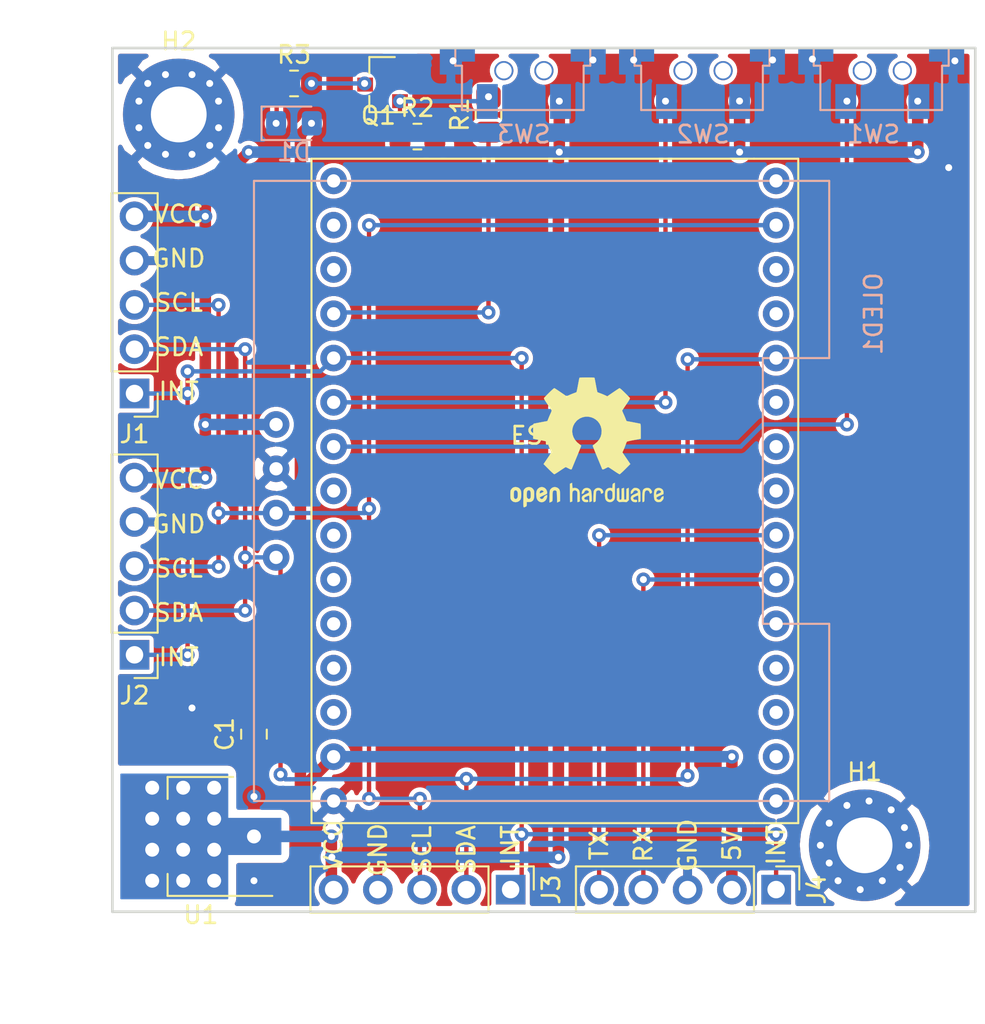
<source format=kicad_pcb>
(kicad_pcb (version 20171130) (host pcbnew 5.1.9-73d0e3b20d~88~ubuntu20.04.1)
  (title_block (title neOSensor) (date 2021-01-30) (rev 1.0.0) (company "University Paul Sabatier") (comment 1 "M2 SIAME"))
  (layers (0 F.Cu signal) (31 B.Cu signal) (34 B.Paste user) (35 F.Paste user) (36 B.SilkS user) (37 F.SilkS user) (38 B.Mask user) (39 F.Mask user) (44 Edge.Cuts user))
  (net 0 "")
  (net 1 VIN)
  (net 2 GND)
  (net 3 "Net-(D1-Pad1)")
  (net 4 GPIO_33)
  (net 5 GPIO_32)
  (net 6 INT)
  (net 7 GPIO_34)
  (net 8 U2_RX)
  (net 9 U2_TX)
  (net 10 SDA)
  (net 11 SCL)
  (net 12 3V3)
  (net 13 "Net-(Q1-Pad1)")
  (net 14 "Net-(Q1-Pad3)")
  (net 15 "Net-(ESP1-Pad20)")
  (net 16 "Net-(ESP1-Pad18)")
  (net 17 "Net-(ESP1-Pad17)")
  (net 18 "Net-(ESP1-Pad16)")
  (net 19 "Net-(ESP1-Pad15)")
  (net 20 "Net-(ESP1-Pad14)")
  (net 21 "Net-(ESP1-Pad8)")
  (net 22 "Net-(ESP1-Pad5)")
  (net 23 "Net-(ESP1-Pad4)")
  (net 24 "Net-(ESP1-Pad3)")
  (net 25 "Net-(ESP1-Pad21)")
  (net 26 "Net-(ESP1-Pad22)")
  (net 27 "Net-(ESP1-Pad24)")
  (net 28 "Net-(ESP1-Pad34)")
  (net 29 "Net-(ESP1-Pad35)")
  (net 30 "Net-(ESP1-Pad38)")
  (net 31 "Net-(ESP1-Pad40)")
  (net 32 "Net-(ESP1-Pad41)")
  (net 33 "Net-(ESP1-Pad9)")
  (net 34 "Net-(ESP1-Pad36)")
  (module Symbol:OSHW-Logo2_9.8x8mm_SilkScreen (layer F.Cu) (at 154.2415 83.566)
    (fp_text reference REF** hide)
    (fp_text value OSHW-Logo2_9.8x8mm_SilkScreen hide)
  )
  (module pcb-v5:OLED_1.3 (layer B.Cu) (at 168.148 68.58 270)
    (fp_text reference OLED1 (at 7.62 -2.54 270) (layer B.SilkS) (effects (justify mirror)))
    (fp_text value OLED_1.3")
    (pad 1 thru_hole circle (at 13.97 31.75 270) (size 1.524 1.524) (drill 0.762) (layers *.Cu *.Mask) (net 12 3V3))
    (pad 2 thru_hole circle (at 16.51 31.75 270) (size 1.524 1.524) (drill 0.762) (layers *.Cu *.Mask) (net 2 GND))
    (pad 3 thru_hole circle (at 19.05 31.75 270) (size 1.524 1.524) (drill 0.762) (layers *.Cu *.Mask) (net 11 SCL))
    (pad 4 thru_hole circle (at 21.59 31.75 270) (size 1.524 1.524) (drill 0.762) (layers *.Cu *.Mask) (net 10 SDA))
  )
  (module Package_TO_SOT_SMD:SOT-223-3_TabPin2 (layer F.Cu) (at 132.08 106.172 180)
    (fp_text reference U1 (at 0 -4.5) (layer F.SilkS))
    (fp_text value AMS1117-3.3)
    (pad 2 smd rect (at 3.15 0 180) (size 2 3.8) (layers F.Cu F.Paste F.Mask) (net 12 3V3))
    (pad 2 smd rect (at -3.15 0 180) (size 2 1.5) (layers F.Cu F.Paste F.Mask) (net 12 3V3))
    (pad 3 smd rect (at -3.15 2.3 180) (size 2 1.5) (layers F.Cu F.Paste F.Mask) (net 1 VIN))
    (pad 1 smd rect (at -3.15 -2.3 180) (size 2 1.5) (layers F.Cu F.Paste F.Mask) (net 2 GND))
  )
  (module Connector_PinHeader_2.54mm:PinHeader_1x05_P2.54mm_Vertical (layer F.Cu) (at 165.1 109.22 270)
    (fp_text reference J4 (at 0 -2.33 90) (layer F.SilkS))
    (fp_text value Conn_01x05_Male)
    (pad 5 thru_hole oval (at 0 10.16 270) (size 1.7 1.7) (drill 1) (layers *.Cu *.Mask) (net 9 U2_TX))
    (pad 4 thru_hole oval (at 0 7.62 270) (size 1.7 1.7) (drill 1) (layers *.Cu *.Mask) (net 8 U2_RX))
    (pad 3 thru_hole oval (at 0 5.08 270) (size 1.7 1.7) (drill 1) (layers *.Cu *.Mask) (net 2 GND))
    (pad 2 thru_hole oval (at 0 2.54 270) (size 1.7 1.7) (drill 1) (layers *.Cu *.Mask) (net 1 VIN))
    (pad 1 thru_hole rect (at 0 0 270) (size 1.7 1.7) (drill 1) (layers *.Cu *.Mask) (net 6 INT))
  )
  (module Connector_PinHeader_2.54mm:PinHeader_1x05_P2.54mm_Vertical (layer F.Cu) (at 128.27 95.758 180)
    (fp_text reference J2 (at 0 -2.33) (layer F.SilkS))
    (fp_text value Conn_01x05_Female)
    (pad 5 thru_hole oval (at 0 10.16 180) (size 1.7 1.7) (drill 1) (layers *.Cu *.Mask) (net 12 3V3))
    (pad 4 thru_hole oval (at 0 7.62 180) (size 1.7 1.7) (drill 1) (layers *.Cu *.Mask) (net 2 GND))
    (pad 3 thru_hole oval (at 0 5.08 180) (size 1.7 1.7) (drill 1) (layers *.Cu *.Mask) (net 11 SCL))
    (pad 2 thru_hole oval (at 0 2.54 180) (size 1.7 1.7) (drill 1) (layers *.Cu *.Mask) (net 10 SDA))
    (pad 1 thru_hole rect (at 0 0 180) (size 1.7 1.7) (drill 1) (layers *.Cu *.Mask) (net 6 INT))
  )
  (module Connector_PinHeader_2.54mm:PinHeader_1x05_P2.54mm_Vertical (layer F.Cu) (at 128.27 80.772 180)
    (fp_text reference J1 (at 0 -2.33) (layer F.SilkS))
    (fp_text value Conn_01x05_Female)
    (pad 5 thru_hole oval (at 0 10.16 180) (size 1.7 1.7) (drill 1) (layers *.Cu *.Mask) (net 12 3V3))
    (pad 4 thru_hole oval (at 0 7.62 180) (size 1.7 1.7) (drill 1) (layers *.Cu *.Mask) (net 2 GND))
    (pad 3 thru_hole oval (at 0 5.08 180) (size 1.7 1.7) (drill 1) (layers *.Cu *.Mask) (net 11 SCL))
    (pad 2 thru_hole oval (at 0 2.54 180) (size 1.7 1.7) (drill 1) (layers *.Cu *.Mask) (net 10 SDA))
    (pad 1 thru_hole rect (at 0 0 180) (size 1.7 1.7) (drill 1) (layers *.Cu *.Mask) (net 6 INT))
  )
  (module pcb-v5:G71Y_µsw_smd (layer B.Cu) (at 150.495 60.96 180)
    (fp_text reference SW3 (at -0.127 -4.953) (layer B.SilkS) (effects (justify mirror)))
    (fp_text value G71Y)
    (pad "" np_thru_hole circle (at 1.023 -1.3 180) (size 1.1 1.1) (drill 0.9) (layers *.Cu *.Mask))
    (pad "" np_thru_hole circle (at -1.277 -1.3 180) (size 1.1 1.1) (drill 0.9) (layers *.Cu *.Mask))
    (pad 2 smd rect (at 1.973 -2.667 180) (size 1.2 2) (drill (offset 0 -0.4)) (layers B.Cu B.Paste B.Mask) (net 13 "Net-(Q1-Pad1)"))
    (pad 1 smd rect (at -2.227 -2.667 180) (size 1.2 2) (drill (offset 0 -0.4)) (layers B.Cu B.Paste B.Mask) (net 12 3V3))
    (pad 3 smd rect (at 4.064 -0.762 180) (size 1.27 1.524) (layers B.Cu B.Paste B.Mask) (net 2 GND))
    (pad 3 smd rect (at 3.683 -0.381 180) (size 2 0.8) (layers B.Cu B.Paste B.Mask) (net 2 GND))
    (pad 3 smd rect (at -4.191 -0.762 180) (size 1.27 1.524) (layers B.Cu B.Paste B.Mask) (net 2 GND))
    (pad 3 smd rect (at -3.81 -0.381 180) (size 2 0.8) (layers B.Cu B.Paste B.Mask) (net 2 GND))
  )
  (module pcb-v5:G71Y_µsw_smd (layer B.Cu) (at 160.782 60.96 180)
    (fp_text reference SW2 (at -0.127 -4.953) (layer B.SilkS) (effects (justify mirror)))
    (fp_text value G71Y)
    (pad "" np_thru_hole circle (at 1.023 -1.3 180) (size 1.1 1.1) (drill 0.9) (layers *.Cu *.Mask))
    (pad "" np_thru_hole circle (at -1.277 -1.3 180) (size 1.1 1.1) (drill 0.9) (layers *.Cu *.Mask))
    (pad 2 smd rect (at 1.973 -2.667 180) (size 1.2 2) (drill (offset 0 -0.4)) (layers B.Cu B.Paste B.Mask) (net 5 GPIO_32))
    (pad 1 smd rect (at -2.227 -2.667 180) (size 1.2 2) (drill (offset 0 -0.4)) (layers B.Cu B.Paste B.Mask) (net 12 3V3))
    (pad 3 smd rect (at 4.064 -0.762 180) (size 1.27 1.524) (layers B.Cu B.Paste B.Mask) (net 2 GND))
    (pad 3 smd rect (at 3.683 -0.381 180) (size 2 0.8) (layers B.Cu B.Paste B.Mask) (net 2 GND))
    (pad 3 smd rect (at -4.191 -0.762 180) (size 1.27 1.524) (layers B.Cu B.Paste B.Mask) (net 2 GND))
    (pad 3 smd rect (at -3.81 -0.381 180) (size 2 0.8) (layers B.Cu B.Paste B.Mask) (net 2 GND))
  )
  (module pcb-v5:G71Y_µsw_smd (layer B.Cu) (at 171.069 60.96 180)
    (fp_text reference SW1 (at 0.381 -4.953) (layer B.SilkS) (effects (justify mirror)))
    (fp_text value G71Y)
    (pad "" np_thru_hole circle (at 1.023 -1.3 180) (size 1.1 1.1) (drill 0.9) (layers *.Cu *.Mask))
    (pad "" np_thru_hole circle (at -1.277 -1.3 180) (size 1.1 1.1) (drill 0.9) (layers *.Cu *.Mask))
    (pad 2 smd rect (at 1.973 -2.667 180) (size 1.2 2) (drill (offset 0 -0.4)) (layers B.Cu B.Paste B.Mask) (net 4 GPIO_33))
    (pad 1 smd rect (at -2.227 -2.667 180) (size 1.2 2) (drill (offset 0 -0.4)) (layers B.Cu B.Paste B.Mask) (net 12 3V3))
    (pad 3 smd rect (at 4.064 -0.762 180) (size 1.27 1.524) (layers B.Cu B.Paste B.Mask) (net 2 GND))
    (pad 3 smd rect (at 3.683 -0.381 180) (size 2 0.8) (layers B.Cu B.Paste B.Mask) (net 2 GND))
    (pad 3 smd rect (at -4.191 -0.762 180) (size 1.27 1.524) (layers B.Cu B.Paste B.Mask) (net 2 GND))
    (pad 3 smd rect (at -3.81 -0.381 180) (size 2 0.8) (layers B.Cu B.Paste B.Mask) (net 2 GND))
  )
  (module Capacitor_SMD:C_0805_2012Metric_Pad1.18x1.45mm_HandSolder (layer F.Cu) (at 135.128 100.3085 90)
    (fp_text reference C1 (at 0 -1.68 90) (layer F.SilkS))
    (fp_text value 10µF)
    (pad 1 smd roundrect (at -1.0375 0 90) (size 1.175 1.45) (layers F.Cu F.Paste F.Mask) (roundrect_rratio 0.212766) (net 1 VIN))
    (pad 2 smd roundrect (at 1.0375 0 90) (size 1.175 1.45) (layers F.Cu F.Paste F.Mask) (roundrect_rratio 0.212766) (net 2 GND))
  )
  (module LED_SMD:LED_0805_2012Metric_Pad1.15x1.40mm_HandSolder (layer B.Cu) (at 137.423 65.278)
    (fp_text reference D1 (at 0 1.65 180) (layer B.SilkS) (effects (justify mirror)))
    (fp_text value LED)
    (pad 1 smd roundrect (at -1.025 0) (size 1.15 1.4) (layers B.Cu B.Paste B.Mask) (roundrect_rratio 0.217391) (net 3 "Net-(D1-Pad1)"))
    (pad 2 smd roundrect (at 1.025 0) (size 1.15 1.4) (layers B.Cu B.Paste B.Mask) (roundrect_rratio 0.217391) (net 1 VIN))
  )
  (module pcb-v5:ESP32_30_pins (layer F.Cu) (at 139.7 104.14)
    (fp_text reference ESP1 (at 12.065 -20.955) (layer F.SilkS))
    (fp_text value ESP32)
    (pad 1 thru_hole circle (at 0 0) (size 1.524 1.524) (drill 0.762) (layers *.Cu *.Mask) (net 2 GND))
    (pad 2 thru_hole circle (at 0 -2.54) (size 1.524 1.524) (drill 0.762) (layers *.Cu *.Mask) (net 1 VIN))
    (pad 20 thru_hole circle (at 0 -5.08) (size 1.524 1.524) (drill 0.762) (layers *.Cu *.Mask) (net 15 "Net-(ESP1-Pad20)"))
    (pad 18 thru_hole circle (at 0 -7.62) (size 1.524 1.524) (drill 0.762) (layers *.Cu *.Mask) (net 16 "Net-(ESP1-Pad18)"))
    (pad 17 thru_hole circle (at 0 -10.16) (size 1.524 1.524) (drill 0.762) (layers *.Cu *.Mask) (net 17 "Net-(ESP1-Pad17)"))
    (pad 16 thru_hole circle (at 0 -12.7) (size 1.524 1.524) (drill 0.762) (layers *.Cu *.Mask) (net 18 "Net-(ESP1-Pad16)"))
    (pad 15 thru_hole circle (at 0 -15.24) (size 1.524 1.524) (drill 0.762) (layers *.Cu *.Mask) (net 19 "Net-(ESP1-Pad15)"))
    (pad 14 thru_hole circle (at 0 -17.78) (size 1.524 1.524) (drill 0.762) (layers *.Cu *.Mask) (net 20 "Net-(ESP1-Pad14)"))
    (pad 13 thru_hole circle (at 0 -20.32) (size 1.524 1.524) (drill 0.762) (layers *.Cu *.Mask) (net 4 GPIO_33))
    (pad 12 thru_hole circle (at 0 -22.86) (size 1.524 1.524) (drill 0.762) (layers *.Cu *.Mask) (net 5 GPIO_32))
    (pad 11 thru_hole circle (at 0 -25.4) (size 1.524 1.524) (drill 0.762) (layers *.Cu *.Mask) (net 6 INT))
    (pad 10 thru_hole circle (at 0 -27.94) (size 1.524 1.524) (drill 0.762) (layers *.Cu *.Mask) (net 7 GPIO_34))
    (pad 8 thru_hole circle (at 0 -30.48) (size 1.524 1.524) (drill 0.762) (layers *.Cu *.Mask) (net 21 "Net-(ESP1-Pad8)"))
    (pad 5 thru_hole circle (at 0 -33.02) (size 1.524 1.524) (drill 0.762) (layers *.Cu *.Mask) (net 22 "Net-(ESP1-Pad5)"))
    (pad 4 thru_hole circle (at 25.4 0) (size 1.524 1.524) (drill 0.762) (layers *.Cu *.Mask) (net 23 "Net-(ESP1-Pad4)"))
    (pad 3 thru_hole circle (at 25.4 -2.54) (size 1.524 1.524) (drill 0.762) (layers *.Cu *.Mask) (net 24 "Net-(ESP1-Pad3)"))
    (pad 21 thru_hole circle (at 25.4 -5.08) (size 1.524 1.524) (drill 0.762) (layers *.Cu *.Mask) (net 25 "Net-(ESP1-Pad21)"))
    (pad 22 thru_hole circle (at 25.4 -7.62) (size 1.524 1.524) (drill 0.762) (layers *.Cu *.Mask) (net 26 "Net-(ESP1-Pad22)"))
    (pad 24 thru_hole circle (at 25.4 -10.16) (size 1.524 1.524) (drill 0.762) (layers *.Cu *.Mask) (net 27 "Net-(ESP1-Pad24)"))
    (pad 25 thru_hole circle (at 25.4 -12.7) (size 1.524 1.524) (drill 0.762) (layers *.Cu *.Mask) (net 8 U2_RX))
    (pad 27 thru_hole circle (at 25.4 -15.24) (size 1.524 1.524) (drill 0.762) (layers *.Cu *.Mask) (net 9 U2_TX))
    (pad 34 thru_hole circle (at 25.4 -17.78) (size 1.524 1.524) (drill 0.762) (layers *.Cu *.Mask) (net 28 "Net-(ESP1-Pad34)"))
    (pad 35 thru_hole circle (at 25.4 -20.32) (size 1.524 1.524) (drill 0.762) (layers *.Cu *.Mask) (net 29 "Net-(ESP1-Pad35)"))
    (pad 38 thru_hole circle (at 25.4 -22.86) (size 1.524 1.524) (drill 0.762) (layers *.Cu *.Mask) (net 30 "Net-(ESP1-Pad38)"))
    (pad 42 thru_hole circle (at 25.4 -25.4) (size 1.524 1.524) (drill 0.762) (layers *.Cu *.Mask) (net 10 SDA))
    (pad 40 thru_hole circle (at 25.4 -27.94) (size 1.524 1.524) (drill 0.762) (layers *.Cu *.Mask) (net 31 "Net-(ESP1-Pad40)"))
    (pad 41 thru_hole circle (at 25.4 -30.48) (size 1.524 1.524) (drill 0.762) (layers *.Cu *.Mask) (net 32 "Net-(ESP1-Pad41)"))
    (pad 39 thru_hole circle (at 25.4 -33.02) (size 1.524 1.524) (drill 0.762) (layers *.Cu *.Mask) (net 11 SCL))
    (pad 9 thru_hole circle (at 0 -35.56) (size 1.524 1.524) (drill 0.762) (layers *.Cu *.Mask) (net 33 "Net-(ESP1-Pad9)"))
    (pad 36 thru_hole circle (at 25.4 -35.56) (size 1.524 1.524) (drill 0.762) (layers *.Cu *.Mask) (net 34 "Net-(ESP1-Pad36)"))
  )
  (module MountingHole:MountingHole_3.2mm_M3_Pad (layer F.Cu) (at 170.18 106.68)
    (fp_text reference H1 (at 0 -4.2) (layer F.SilkS))
    (fp_text value MountingHole_Pad)
    (pad 1 thru_hole circle (at 0 0) (size 6.4 6.4) (drill 3.2) (layers *.Cu *.Mask) (net 2 GND))
  )
  (module MountingHole:MountingHole_3.2mm_M3_Pad (layer F.Cu) (at 130.81 64.77)
    (fp_text reference H2 (at 0 -4.2) (layer F.SilkS))
    (fp_text value MountingHole_Pad)
    (pad 1 thru_hole circle (at 0 0) (size 6.4 6.4) (drill 3.2) (layers *.Cu *.Mask) (net 2 GND))
  )
  (module Connector_PinHeader_2.54mm:PinHeader_1x05_P2.54mm_Vertical (layer F.Cu) (at 149.86 109.22 270)
    (fp_text reference J3 (at 0 -2.33 90) (layer F.SilkS))
    (fp_text value Conn_01x05_Female)
    (pad 1 thru_hole rect (at 0 0 270) (size 1.7 1.7) (drill 1) (layers *.Cu *.Mask) (net 6 INT))
    (pad 2 thru_hole oval (at 0 2.54 270) (size 1.7 1.7) (drill 1) (layers *.Cu *.Mask) (net 10 SDA))
    (pad 3 thru_hole oval (at 0 5.08 270) (size 1.7 1.7) (drill 1) (layers *.Cu *.Mask) (net 11 SCL))
    (pad 4 thru_hole oval (at 0 7.62 270) (size 1.7 1.7) (drill 1) (layers *.Cu *.Mask) (net 2 GND))
    (pad 5 thru_hole oval (at 0 10.16 270) (size 1.7 1.7) (drill 1) (layers *.Cu *.Mask) (net 12 3V3))
  )
  (module Package_TO_SOT_SMD:SOT-23 (layer F.Cu) (at 142.51 63.058 180)
    (fp_text reference Q1 (at 0.238 -1.778) (layer F.SilkS))
    (fp_text value 2N7002)
    (pad 1 smd rect (at -1 -0.95 180) (size 0.9 0.8) (layers F.Cu F.Paste F.Mask) (net 13 "Net-(Q1-Pad1)"))
    (pad 2 smd rect (at -1 0.95 180) (size 0.9 0.8) (layers F.Cu F.Paste F.Mask) (net 2 GND))
    (pad 3 smd rect (at 1 0 180) (size 0.9 0.8) (layers F.Cu F.Paste F.Mask) (net 14 "Net-(Q1-Pad3)"))
  )
  (module Resistor_SMD:R_0805_2012Metric_Pad1.20x1.40mm_HandSolder (layer F.Cu) (at 148.59 64.786 90)
    (fp_text reference R1 (at 0 -1.65 90) (layer F.SilkS))
    (fp_text value 470)
    (pad 2 smd roundrect (at 1 0 90) (size 1.2 1.4) (layers F.Cu F.Paste F.Mask) (roundrect_rratio 0.208333) (net 13 "Net-(Q1-Pad1)"))
    (pad 1 smd roundrect (at -1 0 90) (size 1.2 1.4) (layers F.Cu F.Paste F.Mask) (roundrect_rratio 0.208333) (net 7 GPIO_34))
  )
  (module Resistor_SMD:R_0805_2012Metric_Pad1.20x1.40mm_HandSolder (layer F.Cu) (at 144.51 66.04)
    (fp_text reference R2 (at 0 -1.65) (layer F.SilkS))
    (fp_text value 15k)
    (pad 1 smd roundrect (at -1 0) (size 1.2 1.4) (layers F.Cu F.Paste F.Mask) (roundrect_rratio 0.208333) (net 13 "Net-(Q1-Pad1)"))
    (pad 2 smd roundrect (at 1 0) (size 1.2 1.4) (layers F.Cu F.Paste F.Mask) (roundrect_rratio 0.208333) (net 2 GND))
  )
  (module Resistor_SMD:R_0805_2012Metric_Pad1.20x1.40mm_HandSolder (layer F.Cu) (at 137.43 62.992)
    (fp_text reference R3 (at 0 -1.65 180) (layer F.SilkS))
    (fp_text value 68)
    (pad 1 smd roundrect (at -1 0) (size 1.2 1.4) (layers F.Cu F.Paste F.Mask) (roundrect_rratio 0.208333) (net 3 "Net-(D1-Pad1)"))
    (pad 2 smd roundrect (at 1 0) (size 1.2 1.4) (layers F.Cu F.Paste F.Mask) (roundrect_rratio 0.208333) (net 14 "Net-(Q1-Pad3)"))
  )
  (gr_text INT (at 130.81 95.885) (layer F.SilkS) (effects (font (size 1 1))))
  (gr_text SDA (at 130.81 93.345) (layer F.SilkS) (effects (font (size 1 1))))
  (gr_text SCL (at 130.81 90.805) (layer F.SilkS) (effects (font (size 1 1))))
  (gr_text GND (at 130.81 88.265) (layer F.SilkS) (effects (font (size 1 1))))
  (gr_text VCC (at 130.81 85.725) (layer F.SilkS) (effects (font (size 1 1))))
  (gr_text INT (at 130.81 80.645) (layer F.SilkS) (effects (font (size 1 1))))
  (gr_text SDA (at 130.81 78.105) (layer F.SilkS) (effects (font (size 1 1))))
  (gr_text SCL (at 130.81 75.565) (layer F.SilkS) (effects (font (size 1 1))))
  (gr_text GND (at 130.81 73.025) (layer F.SilkS) (effects (font (size 1 1))))
  (gr_text VCC (at 130.81 70.485) (layer F.SilkS) (effects (font (size 1 1))))
  (gr_text TX (at 154.94 106.68 90) (layer F.SilkS) (effects (font (size 1 1))))
  (gr_text RX (at 157.48 106.68 90) (layer F.SilkS) (effects (font (size 1 1))))
  (gr_text GND (at 160.02 106.68 90) (layer F.SilkS) (effects (font (size 1 1))))
  (gr_text 5V (at 162.56 106.68 90) (layer F.SilkS) (effects (font (size 1 1))))
  (gr_text INT (at 165.1 106.68 90) (layer F.SilkS) (effects (font (size 1 1))))
  (gr_text VCC (at 139.7 106.68 90) (layer F.SilkS) (effects (font (size 1 1))))
  (gr_text GND (at 142.24 106.934 90) (layer F.SilkS) (effects (font (size 1 1))))
  (gr_text SCL (at 144.78 106.934 90) (layer F.SilkS) (effects (font (size 1 1))))
  (gr_text SDA (at 147.32 106.934 90) (layer F.SilkS) (effects (font (size 1 1))))
  (gr_text INT (at 149.86 106.68 90) (layer F.SilkS) (effects (font (size 1 1))))
  (gr_poly (pts (xy 133.604 102.616) (xy 133.604 105.156) (xy 136.652 105.156) (xy 136.652 107.188) (xy 133.604 107.188) (xy 133.604 109.728) (xy 127.508 109.728) (xy 127.508 102.616)) (layer B.Cu) (width 0.1))
  (gr_line (start 176.53 60.96) (end 127 60.96) (layer Edge.Cuts) (width 0.15))
  (gr_line (start 176.53 110.49) (end 176.53 60.96) (layer Edge.Cuts) (width 0.15))
  (gr_line (start 176.53 110.49) (end 127 110.49) (layer Edge.Cuts) (width 0.15))
  (gr_line (start 127 110.49) (end 127 60.96) (layer Edge.Cuts) (width 0.15))
  (via (at 162.56 101.6) (size 0.8) (drill 0.4) (layers F.Cu B.Cu) (net 1))
  (via (at 135.128 103.886) (size 0.8) (drill 0.4) (layers F.Cu B.Cu) (net 1))
  (segment (start 135.128 103.77) (end 135.23 103.872) (width 0.25) (layer F.Cu) (net 1))
  (segment (start 135.128 101.346) (end 135.128 103.77) (width 0.6604) (layer F.Cu) (net 1))
  (segment (start 137.4 103.872) (end 135.23 103.872) (width 0.6604) (layer F.Cu) (net 1))
  (segment (start 137.414 103.886) (end 137.4 103.872) (width 0.25) (layer F.Cu) (net 1))
  (segment (start 137.795 103.505) (end 137.795 65.913) (width 0.6604) (layer F.Cu) (net 1))
  (segment (start 139.7 101.6) (end 137.795 103.505) (width 0.6604) (layer F.Cu) (net 1))
  (segment (start 137.795 103.505) (end 137.414 103.886) (width 0.6604) (layer F.Cu) (net 1))
  (segment (start 137.795 65.913) (end 138.43 65.278) (width 0.6604) (layer F.Cu) (net 1))
  (segment (start 138.43 65.278) (end 138.43 65.278) (width 0.25) (layer F.Cu) (net 1))
  (via (at 138.43 65.278) (size 0.8) (drill 0.4) (layers F.Cu B.Cu) (net 1))
  (segment (start 139.7 101.6) (end 160.655 101.6) (width 0.6604) (layer B.Cu) (net 1))
  (segment (start 160.655 101.6) (end 160.655 101.6) (width 0.25) (layer B.Cu) (net 1))
  (segment (start 160.655 101.6) (end 162.56 101.6) (width 0.6604) (layer B.Cu) (net 1))
  (segment (start 162.56 101.6) (end 162.56 109.22) (width 0.6604) (layer F.Cu) (net 1))
  (via (at 175.3616 61.6966) (size 0.8) (drill 0.4) (layers F.Cu B.Cu) (net 2))
  (via (at 167.1828 61.595) (size 0.8) (drill 0.4) (layers F.Cu B.Cu) (net 2))
  (via (at 164.8968 61.6458) (size 0.8) (drill 0.4) (layers F.Cu B.Cu) (net 2))
  (via (at 156.9212 61.6458) (size 0.8) (drill 0.4) (layers F.Cu B.Cu) (net 2))
  (via (at 154.5844 61.6458) (size 0.8) (drill 0.4) (layers F.Cu B.Cu) (net 2))
  (via (at 146.558 61.6966) (size 0.8) (drill 0.4) (layers F.Cu B.Cu) (net 2))
  (via (at 168.148 107.696) (size 0.8) (drill 0.4) (layers F.Cu B.Cu) (net 2))
  (via (at 168.656 108.712) (size 0.8) (drill 0.4) (layers F.Cu B.Cu) (net 2))
  (via (at 171.196 108.712) (size 0.8) (drill 0.4) (layers F.Cu B.Cu) (net 2))
  (via (at 172.212 107.95) (size 0.8) (drill 0.4) (layers F.Cu B.Cu) (net 2))
  (via (at 172.466 105.664) (size 0.8) (drill 0.4) (layers F.Cu B.Cu) (net 2))
  (via (at 171.704 104.648) (size 0.8) (drill 0.4) (layers F.Cu B.Cu) (net 2))
  (via (at 169.164 104.394) (size 0.8) (drill 0.4) (layers F.Cu B.Cu) (net 2))
  (via (at 168.148 105.41) (size 0.8) (drill 0.4) (layers F.Cu B.Cu) (net 2))
  (via (at 167.64 106.68) (size 0.8) (drill 0.4) (layers F.Cu B.Cu) (net 2))
  (via (at 172.72 106.68) (size 0.8) (drill 0.4) (layers F.Cu B.Cu) (net 2))
  (via (at 169.926 109.22) (size 0.8) (drill 0.4) (layers F.Cu B.Cu) (net 2))
  (via (at 170.434 104.14) (size 0.8) (drill 0.4) (layers F.Cu B.Cu) (net 2))
  (via (at 132.588 66.548) (size 0.8) (drill 0.4) (layers F.Cu B.Cu) (net 2))
  (via (at 129.032 66.548) (size 0.8) (drill 0.4) (layers F.Cu B.Cu) (net 2))
  (via (at 129.032 62.992) (size 0.8) (drill 0.4) (layers F.Cu B.Cu) (net 2))
  (via (at 132.588 62.992) (size 0.8) (drill 0.4) (layers F.Cu B.Cu) (net 2))
  (via (at 131.572 67.056) (size 0.8) (drill 0.4) (layers F.Cu B.Cu) (net 2))
  (via (at 130.048 67.056) (size 0.8) (drill 0.4) (layers F.Cu B.Cu) (net 2))
  (via (at 128.524 65.532) (size 0.8) (drill 0.4) (layers F.Cu B.Cu) (net 2))
  (via (at 128.524 64.008) (size 0.8) (drill 0.4) (layers F.Cu B.Cu) (net 2))
  (via (at 130.048 62.484) (size 0.8) (drill 0.4) (layers F.Cu B.Cu) (net 2))
  (via (at 131.572 62.484) (size 0.8) (drill 0.4) (layers F.Cu B.Cu) (net 2))
  (via (at 133.096 64.008) (size 0.8) (drill 0.4) (layers F.Cu B.Cu) (net 2))
  (via (at 133.096 65.532) (size 0.8) (drill 0.4) (layers F.Cu B.Cu) (net 2))
  (via (at 135.128 108.712) (size 0.8) (drill 0.4) (layers F.Cu B.Cu) (net 2))
  (via (at 131.572 98.806) (size 0.8) (drill 0.4) (layers F.Cu B.Cu) (net 2))
  (via (at 175.006 67.818) (size 0.8) (drill 0.4) (layers F.Cu B.Cu) (net 2))
  (via (at 136.398 65.278) (size 0.8) (drill 0.4) (layers F.Cu B.Cu) (net 3))
  (segment (start 136.43 65.246) (end 136.398 65.278) (width 0.25) (layer F.Cu) (net 3))
  (segment (start 136.43 62.992) (end 136.43 65.246) (width 0.25) (layer F.Cu) (net 3))
  (segment (start 139.7 83.82) (end 163.068 83.82) (width 0.25) (layer B.Cu) (net 4))
  (segment (start 163.068 83.82) (end 164.338 82.55) (width 0.25) (layer B.Cu) (net 4))
  (segment (start 164.338 82.55) (end 167.132 82.55) (width 0.25) (layer B.Cu) (net 4))
  (segment (start 167.132 82.55) (end 169.164 82.55) (width 0.25) (layer B.Cu) (net 4))
  (segment (start 169.164 82.55) (end 169.164 82.55) (width 0.25) (layer B.Cu) (net 4))
  (via (at 169.164 82.55) (size 0.8) (drill 0.4) (layers F.Cu B.Cu) (net 4))
  (segment (start 169.164 82.55) (end 169.164 64.008) (width 0.25) (layer F.Cu) (net 4))
  (segment (start 169.164 64.008) (end 169.164 64.008) (width 0.25) (layer F.Cu) (net 4))
  (segment (start 169.164 64.008) (end 169.164 63.754) (width 0.25) (layer F.Cu) (net 4))
  (via (at 169.164 64.008) (size 0.8) (drill 0.4) (layers F.Cu B.Cu) (net 4))
  (via (at 158.75 64.008) (size 0.8) (drill 0.4) (layers F.Cu B.Cu) (net 5))
  (segment (start 158.75 64.008) (end 158.75 81.28) (width 0.25) (layer F.Cu) (net 5))
  (segment (start 158.75 81.28) (end 158.75 81.28) (width 0.25) (layer F.Cu) (net 5))
  (via (at 158.75 81.28) (size 0.8) (drill 0.4) (layers F.Cu B.Cu) (net 5))
  (segment (start 158.75 81.28) (end 139.7 81.28) (width 0.25) (layer B.Cu) (net 5))
  (segment (start 139.7 78.74) (end 139.192 78.74) (width 0.25) (layer B.Cu) (net 6))
  (segment (start 138.938 79.502) (end 139.7 78.74) (width 0.25) (layer B.Cu) (net 6))
  (segment (start 131.318 79.502) (end 131.318 79.502) (width 0.25) (layer B.Cu) (net 6))
  (segment (start 131.318 79.502) (end 138.938 79.502) (width 0.25) (layer B.Cu) (net 6))
  (via (at 131.318 79.502) (size 0.8) (drill 0.4) (layers F.Cu B.Cu) (net 6))
  (segment (start 131.318 79.502) (end 131.318 80.772) (width 0.25) (layer F.Cu) (net 6))
  (segment (start 131.318 95.758) (end 131.318 95.758) (width 0.25) (layer F.Cu) (net 6))
  (via (at 131.318 95.758) (size 0.8) (drill 0.4) (layers F.Cu B.Cu) (net 6))
  (segment (start 131.318 80.772) (end 131.318 95.758) (width 0.25) (layer F.Cu) (net 6))
  (via (at 131.318 80.772) (size 0.8) (drill 0.4) (layers F.Cu B.Cu) (net 6))
  (segment (start 131.318 95.758) (end 128.778 95.758) (width 0.25) (layer B.Cu) (net 6))
  (segment (start 131.318 80.772) (end 128.27 80.772) (width 0.25) (layer B.Cu) (net 6))
  (segment (start 139.7 78.74) (end 150.495 78.74) (width 0.25) (layer B.Cu) (net 6))
  (segment (start 150.495 78.74) (end 150.495 78.74) (width 0.25) (layer B.Cu) (net 6))
  (via (at 150.495 78.74) (size 0.8) (drill 0.4) (layers F.Cu B.Cu) (net 6))
  (segment (start 150.495 108.585) (end 149.86 109.22) (width 0.25) (layer F.Cu) (net 6))
  (segment (start 150.495 78.74) (end 150.495 106.045) (width 0.25) (layer F.Cu) (net 6))
  (segment (start 150.495 106.045) (end 150.495 108.585) (width 0.25) (layer F.Cu) (net 6))
  (via (at 150.495 106.045) (size 0.8) (drill 0.4) (layers F.Cu B.Cu) (net 6))
  (segment (start 150.495 106.045) (end 165.1 106.045) (width 0.25) (layer B.Cu) (net 6))
  (segment (start 165.1 106.045) (end 165.1 106.045) (width 0.25) (layer B.Cu) (net 6))
  (via (at 165.1 106.045) (size 0.8) (drill 0.4) (layers F.Cu B.Cu) (net 6))
  (segment (start 165.1 106.045) (end 165.1 109.22) (width 0.25) (layer F.Cu) (net 6))
  (segment (start 148.59 65.786) (end 148.59 76.1238) (width 0.25) (layer F.Cu) (net 7))
  (segment (start 148.59 76.1238) (end 148.59 76.1238) (width 0.25) (layer F.Cu) (net 7))
  (via (at 148.59 76.1238) (size 0.8) (drill 0.4) (layers F.Cu B.Cu) (net 7))
  (segment (start 139.7762 76.1238) (end 139.7 76.2) (width 0.25) (layer B.Cu) (net 7))
  (segment (start 148.59 76.1238) (end 139.7762 76.1238) (width 0.25) (layer B.Cu) (net 7))
  (segment (start 157.48 109.22) (end 157.48 91.44) (width 0.25) (layer F.Cu) (net 8))
  (segment (start 157.48 91.44) (end 157.48 91.44) (width 0.25) (layer F.Cu) (net 8))
  (via (at 157.48 91.44) (size 0.8) (drill 0.4) (layers F.Cu B.Cu) (net 8))
  (segment (start 165.1 91.44) (end 157.48 91.44) (width 0.25) (layer B.Cu) (net 8))
  (segment (start 154.94 109.22) (end 154.94 89.535) (width 0.25) (layer F.Cu) (net 9))
  (segment (start 154.94 89.535) (end 154.94 88.9) (width 0.25) (layer F.Cu) (net 9))
  (segment (start 154.94 88.9) (end 154.94 88.9) (width 0.25) (layer F.Cu) (net 9))
  (via (at 154.94 88.9) (size 0.8) (drill 0.4) (layers F.Cu B.Cu) (net 9))
  (segment (start 165.1 88.9) (end 154.94 88.9) (width 0.25) (layer B.Cu) (net 9))
  (via (at 136.652 102.616) (size 0.8) (drill 0.4) (layers F.Cu B.Cu) (net 10))
  (segment (start 136.652 90.424) (end 136.398 90.17) (width 0.25) (layer F.Cu) (net 10))
  (segment (start 136.652 102.616) (end 136.652 90.424) (width 0.25) (layer F.Cu) (net 10))
  (segment (start 128.27 93.218) (end 129.413 93.218) (width 0.25) (layer B.Cu) (net 10))
  (segment (start 147.32 102.87) (end 147.32 102.87) (width 0.25) (layer F.Cu) (net 10))
  (segment (start 165.028999 78.811001) (end 165.1 78.74) (width 0.25) (layer B.Cu) (net 10))
  (segment (start 160.02 78.811001) (end 165.028999 78.811001) (width 0.25) (layer B.Cu) (net 10))
  (via (at 160.02 78.811001) (size 0.8) (drill 0.4) (layers F.Cu B.Cu) (net 10))
  (segment (start 160.02 102.687001) (end 160.02 78.811001) (width 0.25) (layer F.Cu) (net 10))
  (via (at 160.02 102.687001) (size 0.8) (drill 0.4) (layers F.Cu B.Cu) (net 10))
  (segment (start 134.62 78.232) (end 128.27 78.232) (width 0.25) (layer B.Cu) (net 10))
  (via (at 134.62 78.232) (size 0.8) (drill 0.4) (layers F.Cu B.Cu) (net 10))
  (segment (start 134.62 93.218) (end 128.778 93.218) (width 0.25) (layer B.Cu) (net 10))
  (via (at 134.62 93.218) (size 0.8) (drill 0.4) (layers F.Cu B.Cu) (net 10))
  (segment (start 134.62 90.17) (end 134.62 93.218) (width 0.25) (layer F.Cu) (net 10))
  (segment (start 134.62 90.17) (end 134.62 78.232) (width 0.25) (layer F.Cu) (net 10))
  (segment (start 136.398 90.17) (end 134.62 90.17) (width 0.25) (layer B.Cu) (net 10))
  (via (at 134.62 90.17) (size 0.8) (drill 0.4) (layers F.Cu B.Cu) (net 10))
  (segment (start 147.32 109.22) (end 147.32 102.87) (width 0.25) (layer F.Cu) (net 10))
  (via (at 147.32 102.87) (size 0.8) (drill 0.4) (layers F.Cu B.Cu) (net 10))
  (segment (start 147.32 102.87) (end 137.2108 102.8954) (width 0.25) (layer B.Cu) (net 10))
  (segment (start 136.9314 102.8954) (end 136.652 102.616) (width 0.25) (layer B.Cu) (net 10))
  (segment (start 137.2108 102.8954) (end 136.9314 102.8954) (width 0.25) (layer B.Cu) (net 10))
  (segment (start 159.2072 102.8954) (end 147.32 102.87) (width 0.25) (layer B.Cu) (net 10))
  (segment (start 159.811601 102.8954) (end 160.02 102.687001) (width 0.25) (layer B.Cu) (net 10))
  (segment (start 159.2072 102.8954) (end 159.811601 102.8954) (width 0.25) (layer B.Cu) (net 10))
  (segment (start 165.1 71.12) (end 157.988 71.12) (width 0.25) (layer B.Cu) (net 11))
  (via (at 141.732 71.12) (size 0.8) (drill 0.4) (layers F.Cu B.Cu) (net 11))
  (segment (start 157.988 71.12) (end 141.732 71.12) (width 0.25) (layer B.Cu) (net 11))
  (segment (start 141.732 71.12) (end 141.732 87.376) (width 0.25) (layer F.Cu) (net 11))
  (via (at 141.732 87.376) (size 0.8) (drill 0.4) (layers F.Cu B.Cu) (net 11))
  (segment (start 141.478 87.63) (end 141.732 87.376) (width 0.25) (layer B.Cu) (net 11))
  (segment (start 136.398 87.63) (end 141.478 87.63) (width 0.25) (layer B.Cu) (net 11))
  (segment (start 136.398 87.63) (end 133.096 87.63) (width 0.25) (layer B.Cu) (net 11))
  (segment (start 133.096 87.63) (end 133.096 87.63) (width 0.25) (layer B.Cu) (net 11))
  (via (at 133.096 87.63) (size 0.8) (drill 0.4) (layers F.Cu B.Cu) (net 11))
  (segment (start 133.096 87.63) (end 133.096 75.692) (width 0.25) (layer F.Cu) (net 11))
  (segment (start 133.096 75.692) (end 133.096 75.692) (width 0.25) (layer F.Cu) (net 11))
  (via (at 133.096 75.692) (size 0.8) (drill 0.4) (layers F.Cu B.Cu) (net 11))
  (segment (start 128.27 75.692) (end 133.096 75.692) (width 0.25) (layer B.Cu) (net 11))
  (segment (start 141.732 87.376) (end 141.732 103.378) (width 0.25) (layer F.Cu) (net 11))
  (segment (start 141.732 103.378) (end 141.732 104.013) (width 0.25) (layer F.Cu) (net 11))
  (segment (start 141.732 104.013) (end 141.732 104.013) (width 0.25) (layer F.Cu) (net 11))
  (via (at 141.732 104.013) (size 0.8) (drill 0.4) (layers F.Cu B.Cu) (net 11))
  (segment (start 141.732 104.013) (end 144.653 104.013) (width 0.25) (layer B.Cu) (net 11))
  (segment (start 144.653 104.013) (end 144.653 104.013) (width 0.25) (layer B.Cu) (net 11))
  (via (at 144.653 104.013) (size 0.8) (drill 0.4) (layers F.Cu B.Cu) (net 11))
  (segment (start 144.653 109.093) (end 144.78 109.22) (width 0.25) (layer F.Cu) (net 11))
  (segment (start 144.653 104.013) (end 144.653 109.093) (width 0.25) (layer F.Cu) (net 11))
  (segment (start 133.096 87.63) (end 133.096 90.7034) (width 0.25) (layer F.Cu) (net 11))
  (segment (start 133.096 90.7034) (end 128.27 90.678) (width 0.25) (layer B.Cu) (net 11))
  (via (at 133.096 90.7034) (size 0.8) (drill 0.4) (layers F.Cu B.Cu) (net 11))
  (via (at 152.6032 107.3658) (size 0.8) (drill 0.4) (layers F.Cu B.Cu) (net 12))
  (segment (start 152.6032 107.3658) (end 139.5984 107.3658) (width 0.6604) (layer B.Cu) (net 12))
  (segment (start 139.5984 107.3658) (end 139.5476 107.3658) (width 0.6604) (layer B.Cu) (net 12))
  (via (at 139.5984 107.3658) (size 0.8) (drill 0.4) (layers F.Cu B.Cu) (net 12))
  (via (at 132.842 105.156) (size 1) (drill 0.8) (layers F.Cu B.Cu) (net 12))
  (via (at 131.064 105.156) (size 1) (drill 0.8) (layers F.Cu B.Cu) (net 12))
  (via (at 129.286 103.378) (size 1) (drill 0.8) (layers F.Cu B.Cu) (net 12))
  (via (at 131.064 106.934) (size 1) (drill 0.8) (layers F.Cu B.Cu) (net 12))
  (via (at 132.842 106.934) (size 1) (drill 0.8) (layers F.Cu B.Cu) (net 12))
  (via (at 132.842 108.712) (size 1) (drill 0.8) (layers F.Cu B.Cu) (net 12))
  (via (at 131.064 108.712) (size 1) (drill 0.8) (layers F.Cu B.Cu) (net 12))
  (via (at 129.286 108.712) (size 1) (drill 0.8) (layers F.Cu B.Cu) (net 12))
  (via (at 135.128 106.172) (size 1) (drill 0.8) (layers F.Cu B.Cu) (net 12))
  (via (at 129.286 106.934) (size 1) (drill 0.8) (layers F.Cu B.Cu) (net 12))
  (via (at 129.286 105.156) (size 1) (drill 0.8) (layers F.Cu B.Cu) (net 12))
  (via (at 163 64) (size 0.8) (drill 0.4) (layers F.Cu B.Cu) (net 12))
  (via (at 173.228 64.008) (size 0.8) (drill 0.4) (layers F.Cu B.Cu) (net 12))
  (via (at 152.654 64.008) (size 0.8) (drill 0.4) (layers F.Cu B.Cu) (net 12))
  (segment (start 128.93 106.172) (end 129.032 106.172) (width 0.25) (layer F.Cu) (net 12))
  (segment (start 129.032 106.172) (end 130.048 106.172) (width 0.25) (layer F.Cu) (net 12))
  (segment (start 131.064 106.172) (end 132.08 106.172) (width 0.25) (layer F.Cu) (net 12))
  (via (at 132.842 103.378) (size 1) (drill 0.8) (layers F.Cu B.Cu) (net 12))
  (segment (start 133.096 106.172) (end 134.112 106.172) (width 0.25) (layer F.Cu) (net 12))
  (segment (start 132.08 106.172) (end 133.096 106.172) (width 0.25) (layer F.Cu) (net 12))
  (segment (start 130.048 106.172) (end 131.064 106.172) (width 0.25) (layer F.Cu) (net 12))
  (segment (start 134.112 106.172) (end 135.23 106.172) (width 0.25) (layer F.Cu) (net 12))
  (segment (start 136.398 82.55) (end 132.334 82.55) (width 0.6604) (layer B.Cu) (net 12))
  (segment (start 132.334 82.55) (end 132.334 82.55) (width 0.25) (layer B.Cu) (net 12))
  (via (at 132.334 82.55) (size 0.8) (drill 0.4) (layers F.Cu B.Cu) (net 12))
  (segment (start 132.334 82.55) (end 132.334 85.598) (width 0.6604) (layer F.Cu) (net 12))
  (segment (start 132.334 82.55) (end 132.334 70.612) (width 0.6604) (layer F.Cu) (net 12))
  (segment (start 132.334 70.612) (end 132.334 70.612) (width 0.25) (layer F.Cu) (net 12))
  (via (at 132.334 70.612) (size 0.8) (drill 0.4) (layers F.Cu B.Cu) (net 12))
  (segment (start 132.334 85.598) (end 132.334 85.598) (width 0.25) (layer F.Cu) (net 12))
  (via (at 132.334 85.598) (size 0.8) (drill 0.4) (layers F.Cu B.Cu) (net 12))
  (via (at 131.064 103.378) (size 1) (drill 0.8) (layers F.Cu B.Cu) (net 12))
  (segment (start 132.334 70.612) (end 128.27 70.612) (width 0.6604) (layer B.Cu) (net 12))
  (segment (start 135.128 106.172) (end 139.573 106.172) (width 0.6604) (layer B.Cu) (net 12))
  (segment (start 139.573 106.172) (end 139.573 106.172) (width 0.25) (layer B.Cu) (net 12))
  (via (at 139.573 106.172) (size 0.8) (drill 0.4) (layers F.Cu B.Cu) (net 12))
  (segment (start 139.573 109.093) (end 139.7 109.22) (width 0.25) (layer F.Cu) (net 12))
  (segment (start 139.573 106.172) (end 139.573 109.093) (width 0.6604) (layer F.Cu) (net 12))
  (segment (start 128.27 85.598) (end 128.778 85.598) (width 0.25) (layer B.Cu) (net 12))
  (segment (start 132.334 85.598) (end 128.27 85.598) (width 0.6604) (layer B.Cu) (net 12))
  (segment (start 163.0045 65.4685) (end 163 64) (width 0.6604) (layer F.Cu) (net 12))
  (segment (start 163.0045 66.929) (end 163.0045 65.4685) (width 0.6604) (layer F.Cu) (net 12))
  (via (at 163.0045 66.929) (size 0.8) (drill 0.4) (layers F.Cu B.Cu) (net 12))
  (segment (start 163.0045 66.929) (end 173.1772 66.929) (width 0.6604) (layer B.Cu) (net 12))
  (segment (start 173.228 66.929) (end 173.228 64.008) (width 0.6604) (layer F.Cu) (net 12))
  (via (at 173.228 66.929) (size 0.8) (drill 0.4) (layers F.Cu B.Cu) (net 12))
  (segment (start 152.654 66.929) (end 163.0045 66.929) (width 0.6604) (layer B.Cu) (net 12))
  (segment (start 152.654 66.929) (end 152.654 64.008) (width 0.6604) (layer F.Cu) (net 12))
  (via (at 152.654 66.929) (size 0.8) (drill 0.4) (layers F.Cu B.Cu) (net 12))
  (segment (start 132.334 70.612) (end 132.334 69.4182) (width 0.6604) (layer F.Cu) (net 12))
  (segment (start 132.334 69.4182) (end 134.8232 66.929) (width 0.6604) (layer F.Cu) (net 12))
  (segment (start 134.8232 66.929) (end 134.8232 66.929) (width 0.6604) (layer F.Cu) (net 12))
  (via (at 134.8232 66.929) (size 0.8) (drill 0.4) (layers F.Cu B.Cu) (net 12))
  (segment (start 134.8232 66.929) (end 152.654 66.929) (width 0.6604) (layer B.Cu) (net 12))
  (segment (start 152.6032 66.9798) (end 152.654 66.929) (width 0.25) (layer F.Cu) (net 12))
  (segment (start 152.6032 107.3658) (end 152.6032 66.9798) (width 0.6604) (layer F.Cu) (net 12))
  (via (at 148.59 63.754) (size 0.8) (drill 0.4) (layers F.Cu B.Cu) (net 13))
  (segment (start 143.51 66.04) (end 143.51 64.008) (width 0.25) (layer F.Cu) (net 13))
  (segment (start 143.51 64.008) (end 143.51 64.008) (width 0.25) (layer F.Cu) (net 13))
  (via (at 143.51 64.008) (size 0.8) (drill 0.4) (layers F.Cu B.Cu) (net 13))
  (segment (start 148.336 64.008) (end 148.59 63.754) (width 0.25) (layer B.Cu) (net 13))
  (segment (start 143.51 64.008) (end 148.336 64.008) (width 0.25) (layer B.Cu) (net 13))
  (via (at 141.478 62.992) (size 0.8) (drill 0.4) (layers F.Cu B.Cu) (net 14))
  (via (at 138.43 62.992) (size 0.8) (drill 0.4) (layers F.Cu B.Cu) (net 14))
  (segment (start 141.478 62.992) (end 138.43 62.992) (width 0.25) (layer B.Cu) (net 14))
  (zone (net 2) (net_name GND) (layer B.Cu) (connect_pads (clearance 0.254)) (min_thickness 0.254) (fill yes (arc_segments 32) (thermal_gap 0.508) (thermal_bridge_width 0.508))
    (polygon (pts (xy 176.53 110.49) (xy 127 110.49) (xy 127 60.96) (xy 176.53 60.96)))
  )
  (zone (net 12) (net_name 3V3) (layer F.Cu) (priority 1) (connect_pads yes (clearance 0.508)) (min_thickness 0.254) (fill yes (arc_segments 32) (thermal_gap 0.508) (thermal_bridge_width 0.508))
    (polygon (pts (xy 133.604 102.616) (xy 133.604 105.156) (xy 136.652 105.156) (xy 136.652 107.188) (xy 133.604 107.188) (xy 133.604 109.728) (xy 127.508 109.728) (xy 127.508 102.616)))
  )
  (zone (net 2) (net_name GND) (layer F.Cu) (connect_pads (clearance 0.254)) (min_thickness 0.254) (fill yes (arc_segments 32) (thermal_gap 0.508) (thermal_bridge_width 0.508))
    (polygon (pts (xy 171.196 60.96) (xy 176.53 60.96) (xy 176.53 67.056) (xy 176.784 71.628) (xy 176.784 110.744) (xy 127 110.744) (xy 127 60.96) (xy 168.148 60.96)))
  )
)
</source>
